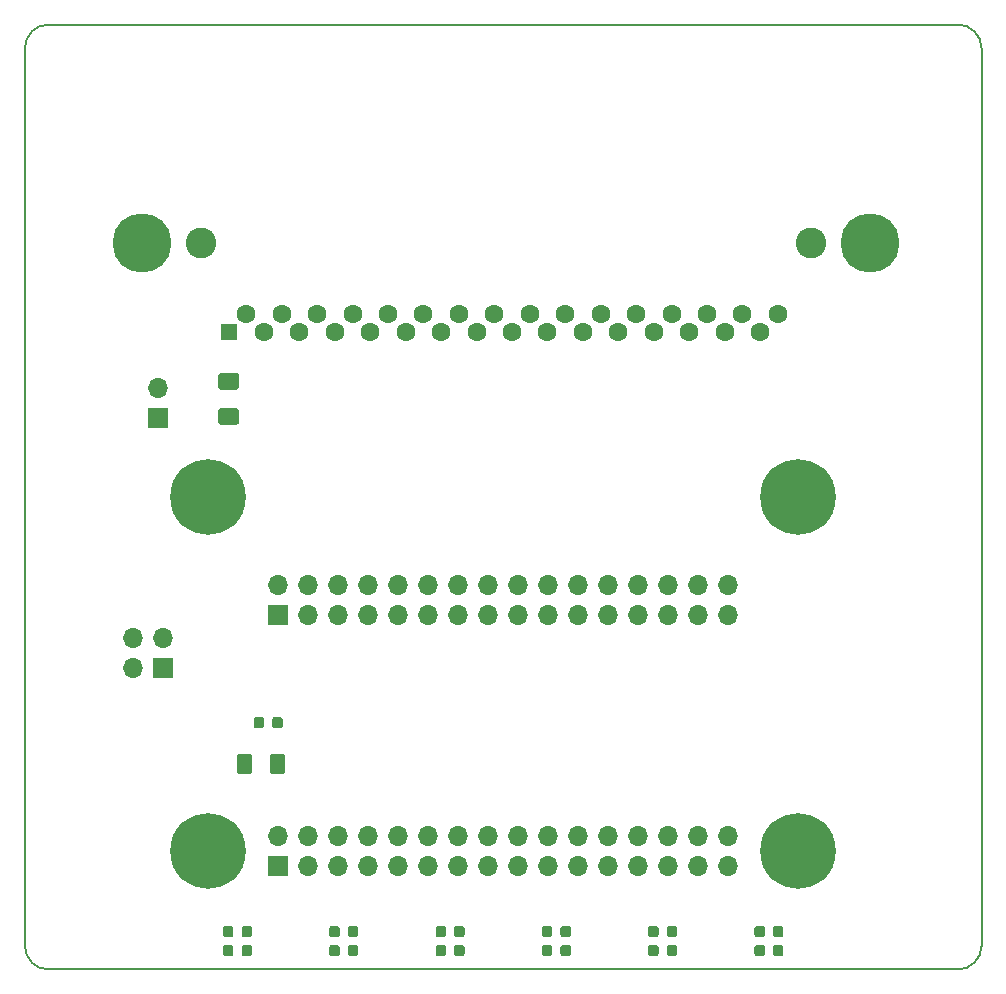
<source format=gbr>
G04 #@! TF.GenerationSoftware,KiCad,Pcbnew,5.1.5-52549c5~84~ubuntu19.10.1*
G04 #@! TF.CreationDate,2020-02-14T21:39:38+02:00*
G04 #@! TF.ProjectId,GB-BRK-SLOT-B,47422d42-524b-42d5-934c-4f542d422e6b,v1.0*
G04 #@! TF.SameCoordinates,Original*
G04 #@! TF.FileFunction,Soldermask,Top*
G04 #@! TF.FilePolarity,Negative*
%FSLAX46Y46*%
G04 Gerber Fmt 4.6, Leading zero omitted, Abs format (unit mm)*
G04 Created by KiCad (PCBNEW 5.1.5-52549c5~84~ubuntu19.10.1) date 2020-02-14 21:39:38*
%MOMM*%
%LPD*%
G04 APERTURE LIST*
%ADD10C,0.150000*%
%ADD11R,1.400000X1.400000*%
%ADD12C,1.600000*%
%ADD13C,5.000000*%
%ADD14C,2.600000*%
%ADD15O,1.700000X1.700000*%
%ADD16R,1.700000X1.700000*%
%ADD17C,0.100000*%
%ADD18C,0.800000*%
%ADD19C,6.400000*%
G04 APERTURE END LIST*
D10*
X128000000Y-148000000D02*
G75*
G02X126000000Y-150000000I-2000000J0D01*
G01*
X49000000Y-150000000D02*
G75*
G02X47000000Y-148000000I0J2000000D01*
G01*
X47000000Y-72000000D02*
G75*
G02X49000000Y-70000000I2000000J0D01*
G01*
X126000000Y-70000000D02*
G75*
G02X128000000Y-72000000I0J-2000000D01*
G01*
X128000000Y-72000000D02*
X128000000Y-148000000D01*
X49000000Y-70000000D02*
X126000000Y-70000000D01*
X49000000Y-150000000D02*
X126000000Y-150000000D01*
X47000000Y-72000000D02*
X47000000Y-148000000D01*
D11*
X64250000Y-96000000D03*
D12*
X65750000Y-94500000D03*
X67250000Y-96000000D03*
X68750000Y-94500000D03*
X70250000Y-96000000D03*
X71750000Y-94500000D03*
X73250000Y-96000000D03*
X74750000Y-94500000D03*
X76250000Y-96000000D03*
X77750000Y-94500000D03*
X79250000Y-96000000D03*
X80750000Y-94500000D03*
X82250000Y-96000000D03*
X83750000Y-94500000D03*
X85250000Y-96000000D03*
X86750000Y-94500000D03*
X88250000Y-96000000D03*
X89750000Y-94500000D03*
X91250000Y-96000000D03*
X92750000Y-94500000D03*
X94250000Y-96000000D03*
X95750000Y-94500000D03*
X97250000Y-96000000D03*
X98750000Y-94500000D03*
X100250000Y-96000000D03*
X101750000Y-94500000D03*
X103250000Y-96000000D03*
X104750000Y-94500000D03*
X106250000Y-96000000D03*
X107750000Y-94500000D03*
X109250000Y-96000000D03*
X110750000Y-94500000D03*
D13*
X56950000Y-88500000D03*
D14*
X61950000Y-88500000D03*
X113550000Y-88500000D03*
D13*
X118550000Y-88500000D03*
D15*
X58300000Y-100760000D03*
D16*
X58300000Y-103300000D03*
D17*
G36*
X64899504Y-102466204D02*
G01*
X64923773Y-102469804D01*
X64947571Y-102475765D01*
X64970671Y-102484030D01*
X64992849Y-102494520D01*
X65013893Y-102507133D01*
X65033598Y-102521747D01*
X65051777Y-102538223D01*
X65068253Y-102556402D01*
X65082867Y-102576107D01*
X65095480Y-102597151D01*
X65105970Y-102619329D01*
X65114235Y-102642429D01*
X65120196Y-102666227D01*
X65123796Y-102690496D01*
X65125000Y-102715000D01*
X65125000Y-103640000D01*
X65123796Y-103664504D01*
X65120196Y-103688773D01*
X65114235Y-103712571D01*
X65105970Y-103735671D01*
X65095480Y-103757849D01*
X65082867Y-103778893D01*
X65068253Y-103798598D01*
X65051777Y-103816777D01*
X65033598Y-103833253D01*
X65013893Y-103847867D01*
X64992849Y-103860480D01*
X64970671Y-103870970D01*
X64947571Y-103879235D01*
X64923773Y-103885196D01*
X64899504Y-103888796D01*
X64875000Y-103890000D01*
X63625000Y-103890000D01*
X63600496Y-103888796D01*
X63576227Y-103885196D01*
X63552429Y-103879235D01*
X63529329Y-103870970D01*
X63507151Y-103860480D01*
X63486107Y-103847867D01*
X63466402Y-103833253D01*
X63448223Y-103816777D01*
X63431747Y-103798598D01*
X63417133Y-103778893D01*
X63404520Y-103757849D01*
X63394030Y-103735671D01*
X63385765Y-103712571D01*
X63379804Y-103688773D01*
X63376204Y-103664504D01*
X63375000Y-103640000D01*
X63375000Y-102715000D01*
X63376204Y-102690496D01*
X63379804Y-102666227D01*
X63385765Y-102642429D01*
X63394030Y-102619329D01*
X63404520Y-102597151D01*
X63417133Y-102576107D01*
X63431747Y-102556402D01*
X63448223Y-102538223D01*
X63466402Y-102521747D01*
X63486107Y-102507133D01*
X63507151Y-102494520D01*
X63529329Y-102484030D01*
X63552429Y-102475765D01*
X63576227Y-102469804D01*
X63600496Y-102466204D01*
X63625000Y-102465000D01*
X64875000Y-102465000D01*
X64899504Y-102466204D01*
G37*
G36*
X64899504Y-99491204D02*
G01*
X64923773Y-99494804D01*
X64947571Y-99500765D01*
X64970671Y-99509030D01*
X64992849Y-99519520D01*
X65013893Y-99532133D01*
X65033598Y-99546747D01*
X65051777Y-99563223D01*
X65068253Y-99581402D01*
X65082867Y-99601107D01*
X65095480Y-99622151D01*
X65105970Y-99644329D01*
X65114235Y-99667429D01*
X65120196Y-99691227D01*
X65123796Y-99715496D01*
X65125000Y-99740000D01*
X65125000Y-100665000D01*
X65123796Y-100689504D01*
X65120196Y-100713773D01*
X65114235Y-100737571D01*
X65105970Y-100760671D01*
X65095480Y-100782849D01*
X65082867Y-100803893D01*
X65068253Y-100823598D01*
X65051777Y-100841777D01*
X65033598Y-100858253D01*
X65013893Y-100872867D01*
X64992849Y-100885480D01*
X64970671Y-100895970D01*
X64947571Y-100904235D01*
X64923773Y-100910196D01*
X64899504Y-100913796D01*
X64875000Y-100915000D01*
X63625000Y-100915000D01*
X63600496Y-100913796D01*
X63576227Y-100910196D01*
X63552429Y-100904235D01*
X63529329Y-100895970D01*
X63507151Y-100885480D01*
X63486107Y-100872867D01*
X63466402Y-100858253D01*
X63448223Y-100841777D01*
X63431747Y-100823598D01*
X63417133Y-100803893D01*
X63404520Y-100782849D01*
X63394030Y-100760671D01*
X63385765Y-100737571D01*
X63379804Y-100713773D01*
X63376204Y-100689504D01*
X63375000Y-100665000D01*
X63375000Y-99740000D01*
X63376204Y-99715496D01*
X63379804Y-99691227D01*
X63385765Y-99667429D01*
X63394030Y-99644329D01*
X63404520Y-99622151D01*
X63417133Y-99601107D01*
X63431747Y-99581402D01*
X63448223Y-99563223D01*
X63466402Y-99546747D01*
X63486107Y-99532133D01*
X63507151Y-99519520D01*
X63529329Y-99509030D01*
X63552429Y-99500765D01*
X63576227Y-99494804D01*
X63600496Y-99491204D01*
X63625000Y-99490000D01*
X64875000Y-99490000D01*
X64899504Y-99491204D01*
G37*
G36*
X66027691Y-147926053D02*
G01*
X66048926Y-147929203D01*
X66069750Y-147934419D01*
X66089962Y-147941651D01*
X66109368Y-147950830D01*
X66127781Y-147961866D01*
X66145024Y-147974654D01*
X66160930Y-147989070D01*
X66175346Y-148004976D01*
X66188134Y-148022219D01*
X66199170Y-148040632D01*
X66208349Y-148060038D01*
X66215581Y-148080250D01*
X66220797Y-148101074D01*
X66223947Y-148122309D01*
X66225000Y-148143750D01*
X66225000Y-148656250D01*
X66223947Y-148677691D01*
X66220797Y-148698926D01*
X66215581Y-148719750D01*
X66208349Y-148739962D01*
X66199170Y-148759368D01*
X66188134Y-148777781D01*
X66175346Y-148795024D01*
X66160930Y-148810930D01*
X66145024Y-148825346D01*
X66127781Y-148838134D01*
X66109368Y-148849170D01*
X66089962Y-148858349D01*
X66069750Y-148865581D01*
X66048926Y-148870797D01*
X66027691Y-148873947D01*
X66006250Y-148875000D01*
X65568750Y-148875000D01*
X65547309Y-148873947D01*
X65526074Y-148870797D01*
X65505250Y-148865581D01*
X65485038Y-148858349D01*
X65465632Y-148849170D01*
X65447219Y-148838134D01*
X65429976Y-148825346D01*
X65414070Y-148810930D01*
X65399654Y-148795024D01*
X65386866Y-148777781D01*
X65375830Y-148759368D01*
X65366651Y-148739962D01*
X65359419Y-148719750D01*
X65354203Y-148698926D01*
X65351053Y-148677691D01*
X65350000Y-148656250D01*
X65350000Y-148143750D01*
X65351053Y-148122309D01*
X65354203Y-148101074D01*
X65359419Y-148080250D01*
X65366651Y-148060038D01*
X65375830Y-148040632D01*
X65386866Y-148022219D01*
X65399654Y-148004976D01*
X65414070Y-147989070D01*
X65429976Y-147974654D01*
X65447219Y-147961866D01*
X65465632Y-147950830D01*
X65485038Y-147941651D01*
X65505250Y-147934419D01*
X65526074Y-147929203D01*
X65547309Y-147926053D01*
X65568750Y-147925000D01*
X66006250Y-147925000D01*
X66027691Y-147926053D01*
G37*
G36*
X64452691Y-147926053D02*
G01*
X64473926Y-147929203D01*
X64494750Y-147934419D01*
X64514962Y-147941651D01*
X64534368Y-147950830D01*
X64552781Y-147961866D01*
X64570024Y-147974654D01*
X64585930Y-147989070D01*
X64600346Y-148004976D01*
X64613134Y-148022219D01*
X64624170Y-148040632D01*
X64633349Y-148060038D01*
X64640581Y-148080250D01*
X64645797Y-148101074D01*
X64648947Y-148122309D01*
X64650000Y-148143750D01*
X64650000Y-148656250D01*
X64648947Y-148677691D01*
X64645797Y-148698926D01*
X64640581Y-148719750D01*
X64633349Y-148739962D01*
X64624170Y-148759368D01*
X64613134Y-148777781D01*
X64600346Y-148795024D01*
X64585930Y-148810930D01*
X64570024Y-148825346D01*
X64552781Y-148838134D01*
X64534368Y-148849170D01*
X64514962Y-148858349D01*
X64494750Y-148865581D01*
X64473926Y-148870797D01*
X64452691Y-148873947D01*
X64431250Y-148875000D01*
X63993750Y-148875000D01*
X63972309Y-148873947D01*
X63951074Y-148870797D01*
X63930250Y-148865581D01*
X63910038Y-148858349D01*
X63890632Y-148849170D01*
X63872219Y-148838134D01*
X63854976Y-148825346D01*
X63839070Y-148810930D01*
X63824654Y-148795024D01*
X63811866Y-148777781D01*
X63800830Y-148759368D01*
X63791651Y-148739962D01*
X63784419Y-148719750D01*
X63779203Y-148698926D01*
X63776053Y-148677691D01*
X63775000Y-148656250D01*
X63775000Y-148143750D01*
X63776053Y-148122309D01*
X63779203Y-148101074D01*
X63784419Y-148080250D01*
X63791651Y-148060038D01*
X63800830Y-148040632D01*
X63811866Y-148022219D01*
X63824654Y-148004976D01*
X63839070Y-147989070D01*
X63854976Y-147974654D01*
X63872219Y-147961866D01*
X63890632Y-147950830D01*
X63910038Y-147941651D01*
X63930250Y-147934419D01*
X63951074Y-147929203D01*
X63972309Y-147926053D01*
X63993750Y-147925000D01*
X64431250Y-147925000D01*
X64452691Y-147926053D01*
G37*
D15*
X106550000Y-117460000D03*
X106550000Y-120000000D03*
X104010000Y-117460000D03*
X104010000Y-120000000D03*
X101470000Y-117460000D03*
X101470000Y-120000000D03*
X98930000Y-117460000D03*
X98930000Y-120000000D03*
X96390000Y-117460000D03*
X96390000Y-120000000D03*
X93850000Y-117460000D03*
X93850000Y-120000000D03*
X91310000Y-117460000D03*
X91310000Y-120000000D03*
X88770000Y-117460000D03*
X88770000Y-120000000D03*
X86230000Y-117460000D03*
X86230000Y-120000000D03*
X83690000Y-117460000D03*
X83690000Y-120000000D03*
X81150000Y-117460000D03*
X81150000Y-120000000D03*
X78610000Y-117460000D03*
X78610000Y-120000000D03*
X76070000Y-117460000D03*
X76070000Y-120000000D03*
X73530000Y-117460000D03*
X73530000Y-120000000D03*
X70990000Y-117460000D03*
X70990000Y-120000000D03*
X68450000Y-117460000D03*
D16*
X68450000Y-120000000D03*
D17*
G36*
X66027691Y-146326053D02*
G01*
X66048926Y-146329203D01*
X66069750Y-146334419D01*
X66089962Y-146341651D01*
X66109368Y-146350830D01*
X66127781Y-146361866D01*
X66145024Y-146374654D01*
X66160930Y-146389070D01*
X66175346Y-146404976D01*
X66188134Y-146422219D01*
X66199170Y-146440632D01*
X66208349Y-146460038D01*
X66215581Y-146480250D01*
X66220797Y-146501074D01*
X66223947Y-146522309D01*
X66225000Y-146543750D01*
X66225000Y-147056250D01*
X66223947Y-147077691D01*
X66220797Y-147098926D01*
X66215581Y-147119750D01*
X66208349Y-147139962D01*
X66199170Y-147159368D01*
X66188134Y-147177781D01*
X66175346Y-147195024D01*
X66160930Y-147210930D01*
X66145024Y-147225346D01*
X66127781Y-147238134D01*
X66109368Y-147249170D01*
X66089962Y-147258349D01*
X66069750Y-147265581D01*
X66048926Y-147270797D01*
X66027691Y-147273947D01*
X66006250Y-147275000D01*
X65568750Y-147275000D01*
X65547309Y-147273947D01*
X65526074Y-147270797D01*
X65505250Y-147265581D01*
X65485038Y-147258349D01*
X65465632Y-147249170D01*
X65447219Y-147238134D01*
X65429976Y-147225346D01*
X65414070Y-147210930D01*
X65399654Y-147195024D01*
X65386866Y-147177781D01*
X65375830Y-147159368D01*
X65366651Y-147139962D01*
X65359419Y-147119750D01*
X65354203Y-147098926D01*
X65351053Y-147077691D01*
X65350000Y-147056250D01*
X65350000Y-146543750D01*
X65351053Y-146522309D01*
X65354203Y-146501074D01*
X65359419Y-146480250D01*
X65366651Y-146460038D01*
X65375830Y-146440632D01*
X65386866Y-146422219D01*
X65399654Y-146404976D01*
X65414070Y-146389070D01*
X65429976Y-146374654D01*
X65447219Y-146361866D01*
X65465632Y-146350830D01*
X65485038Y-146341651D01*
X65505250Y-146334419D01*
X65526074Y-146329203D01*
X65547309Y-146326053D01*
X65568750Y-146325000D01*
X66006250Y-146325000D01*
X66027691Y-146326053D01*
G37*
G36*
X64452691Y-146326053D02*
G01*
X64473926Y-146329203D01*
X64494750Y-146334419D01*
X64514962Y-146341651D01*
X64534368Y-146350830D01*
X64552781Y-146361866D01*
X64570024Y-146374654D01*
X64585930Y-146389070D01*
X64600346Y-146404976D01*
X64613134Y-146422219D01*
X64624170Y-146440632D01*
X64633349Y-146460038D01*
X64640581Y-146480250D01*
X64645797Y-146501074D01*
X64648947Y-146522309D01*
X64650000Y-146543750D01*
X64650000Y-147056250D01*
X64648947Y-147077691D01*
X64645797Y-147098926D01*
X64640581Y-147119750D01*
X64633349Y-147139962D01*
X64624170Y-147159368D01*
X64613134Y-147177781D01*
X64600346Y-147195024D01*
X64585930Y-147210930D01*
X64570024Y-147225346D01*
X64552781Y-147238134D01*
X64534368Y-147249170D01*
X64514962Y-147258349D01*
X64494750Y-147265581D01*
X64473926Y-147270797D01*
X64452691Y-147273947D01*
X64431250Y-147275000D01*
X63993750Y-147275000D01*
X63972309Y-147273947D01*
X63951074Y-147270797D01*
X63930250Y-147265581D01*
X63910038Y-147258349D01*
X63890632Y-147249170D01*
X63872219Y-147238134D01*
X63854976Y-147225346D01*
X63839070Y-147210930D01*
X63824654Y-147195024D01*
X63811866Y-147177781D01*
X63800830Y-147159368D01*
X63791651Y-147139962D01*
X63784419Y-147119750D01*
X63779203Y-147098926D01*
X63776053Y-147077691D01*
X63775000Y-147056250D01*
X63775000Y-146543750D01*
X63776053Y-146522309D01*
X63779203Y-146501074D01*
X63784419Y-146480250D01*
X63791651Y-146460038D01*
X63800830Y-146440632D01*
X63811866Y-146422219D01*
X63824654Y-146404976D01*
X63839070Y-146389070D01*
X63854976Y-146374654D01*
X63872219Y-146361866D01*
X63890632Y-146350830D01*
X63910038Y-146341651D01*
X63930250Y-146334419D01*
X63951074Y-146329203D01*
X63972309Y-146326053D01*
X63993750Y-146325000D01*
X64431250Y-146325000D01*
X64452691Y-146326053D01*
G37*
G36*
X65999504Y-131726204D02*
G01*
X66023773Y-131729804D01*
X66047571Y-131735765D01*
X66070671Y-131744030D01*
X66092849Y-131754520D01*
X66113893Y-131767133D01*
X66133598Y-131781747D01*
X66151777Y-131798223D01*
X66168253Y-131816402D01*
X66182867Y-131836107D01*
X66195480Y-131857151D01*
X66205970Y-131879329D01*
X66214235Y-131902429D01*
X66220196Y-131926227D01*
X66223796Y-131950496D01*
X66225000Y-131975000D01*
X66225000Y-133225000D01*
X66223796Y-133249504D01*
X66220196Y-133273773D01*
X66214235Y-133297571D01*
X66205970Y-133320671D01*
X66195480Y-133342849D01*
X66182867Y-133363893D01*
X66168253Y-133383598D01*
X66151777Y-133401777D01*
X66133598Y-133418253D01*
X66113893Y-133432867D01*
X66092849Y-133445480D01*
X66070671Y-133455970D01*
X66047571Y-133464235D01*
X66023773Y-133470196D01*
X65999504Y-133473796D01*
X65975000Y-133475000D01*
X65225000Y-133475000D01*
X65200496Y-133473796D01*
X65176227Y-133470196D01*
X65152429Y-133464235D01*
X65129329Y-133455970D01*
X65107151Y-133445480D01*
X65086107Y-133432867D01*
X65066402Y-133418253D01*
X65048223Y-133401777D01*
X65031747Y-133383598D01*
X65017133Y-133363893D01*
X65004520Y-133342849D01*
X64994030Y-133320671D01*
X64985765Y-133297571D01*
X64979804Y-133273773D01*
X64976204Y-133249504D01*
X64975000Y-133225000D01*
X64975000Y-131975000D01*
X64976204Y-131950496D01*
X64979804Y-131926227D01*
X64985765Y-131902429D01*
X64994030Y-131879329D01*
X65004520Y-131857151D01*
X65017133Y-131836107D01*
X65031747Y-131816402D01*
X65048223Y-131798223D01*
X65066402Y-131781747D01*
X65086107Y-131767133D01*
X65107151Y-131754520D01*
X65129329Y-131744030D01*
X65152429Y-131735765D01*
X65176227Y-131729804D01*
X65200496Y-131726204D01*
X65225000Y-131725000D01*
X65975000Y-131725000D01*
X65999504Y-131726204D01*
G37*
G36*
X68799504Y-131726204D02*
G01*
X68823773Y-131729804D01*
X68847571Y-131735765D01*
X68870671Y-131744030D01*
X68892849Y-131754520D01*
X68913893Y-131767133D01*
X68933598Y-131781747D01*
X68951777Y-131798223D01*
X68968253Y-131816402D01*
X68982867Y-131836107D01*
X68995480Y-131857151D01*
X69005970Y-131879329D01*
X69014235Y-131902429D01*
X69020196Y-131926227D01*
X69023796Y-131950496D01*
X69025000Y-131975000D01*
X69025000Y-133225000D01*
X69023796Y-133249504D01*
X69020196Y-133273773D01*
X69014235Y-133297571D01*
X69005970Y-133320671D01*
X68995480Y-133342849D01*
X68982867Y-133363893D01*
X68968253Y-133383598D01*
X68951777Y-133401777D01*
X68933598Y-133418253D01*
X68913893Y-133432867D01*
X68892849Y-133445480D01*
X68870671Y-133455970D01*
X68847571Y-133464235D01*
X68823773Y-133470196D01*
X68799504Y-133473796D01*
X68775000Y-133475000D01*
X68025000Y-133475000D01*
X68000496Y-133473796D01*
X67976227Y-133470196D01*
X67952429Y-133464235D01*
X67929329Y-133455970D01*
X67907151Y-133445480D01*
X67886107Y-133432867D01*
X67866402Y-133418253D01*
X67848223Y-133401777D01*
X67831747Y-133383598D01*
X67817133Y-133363893D01*
X67804520Y-133342849D01*
X67794030Y-133320671D01*
X67785765Y-133297571D01*
X67779804Y-133273773D01*
X67776204Y-133249504D01*
X67775000Y-133225000D01*
X67775000Y-131975000D01*
X67776204Y-131950496D01*
X67779804Y-131926227D01*
X67785765Y-131902429D01*
X67794030Y-131879329D01*
X67804520Y-131857151D01*
X67817133Y-131836107D01*
X67831747Y-131816402D01*
X67848223Y-131798223D01*
X67866402Y-131781747D01*
X67886107Y-131767133D01*
X67907151Y-131754520D01*
X67929329Y-131744030D01*
X67952429Y-131735765D01*
X67976227Y-131729804D01*
X68000496Y-131726204D01*
X68025000Y-131725000D01*
X68775000Y-131725000D01*
X68799504Y-131726204D01*
G37*
G36*
X67052691Y-128626053D02*
G01*
X67073926Y-128629203D01*
X67094750Y-128634419D01*
X67114962Y-128641651D01*
X67134368Y-128650830D01*
X67152781Y-128661866D01*
X67170024Y-128674654D01*
X67185930Y-128689070D01*
X67200346Y-128704976D01*
X67213134Y-128722219D01*
X67224170Y-128740632D01*
X67233349Y-128760038D01*
X67240581Y-128780250D01*
X67245797Y-128801074D01*
X67248947Y-128822309D01*
X67250000Y-128843750D01*
X67250000Y-129356250D01*
X67248947Y-129377691D01*
X67245797Y-129398926D01*
X67240581Y-129419750D01*
X67233349Y-129439962D01*
X67224170Y-129459368D01*
X67213134Y-129477781D01*
X67200346Y-129495024D01*
X67185930Y-129510930D01*
X67170024Y-129525346D01*
X67152781Y-129538134D01*
X67134368Y-129549170D01*
X67114962Y-129558349D01*
X67094750Y-129565581D01*
X67073926Y-129570797D01*
X67052691Y-129573947D01*
X67031250Y-129575000D01*
X66593750Y-129575000D01*
X66572309Y-129573947D01*
X66551074Y-129570797D01*
X66530250Y-129565581D01*
X66510038Y-129558349D01*
X66490632Y-129549170D01*
X66472219Y-129538134D01*
X66454976Y-129525346D01*
X66439070Y-129510930D01*
X66424654Y-129495024D01*
X66411866Y-129477781D01*
X66400830Y-129459368D01*
X66391651Y-129439962D01*
X66384419Y-129419750D01*
X66379203Y-129398926D01*
X66376053Y-129377691D01*
X66375000Y-129356250D01*
X66375000Y-128843750D01*
X66376053Y-128822309D01*
X66379203Y-128801074D01*
X66384419Y-128780250D01*
X66391651Y-128760038D01*
X66400830Y-128740632D01*
X66411866Y-128722219D01*
X66424654Y-128704976D01*
X66439070Y-128689070D01*
X66454976Y-128674654D01*
X66472219Y-128661866D01*
X66490632Y-128650830D01*
X66510038Y-128641651D01*
X66530250Y-128634419D01*
X66551074Y-128629203D01*
X66572309Y-128626053D01*
X66593750Y-128625000D01*
X67031250Y-128625000D01*
X67052691Y-128626053D01*
G37*
G36*
X68627691Y-128626053D02*
G01*
X68648926Y-128629203D01*
X68669750Y-128634419D01*
X68689962Y-128641651D01*
X68709368Y-128650830D01*
X68727781Y-128661866D01*
X68745024Y-128674654D01*
X68760930Y-128689070D01*
X68775346Y-128704976D01*
X68788134Y-128722219D01*
X68799170Y-128740632D01*
X68808349Y-128760038D01*
X68815581Y-128780250D01*
X68820797Y-128801074D01*
X68823947Y-128822309D01*
X68825000Y-128843750D01*
X68825000Y-129356250D01*
X68823947Y-129377691D01*
X68820797Y-129398926D01*
X68815581Y-129419750D01*
X68808349Y-129439962D01*
X68799170Y-129459368D01*
X68788134Y-129477781D01*
X68775346Y-129495024D01*
X68760930Y-129510930D01*
X68745024Y-129525346D01*
X68727781Y-129538134D01*
X68709368Y-129549170D01*
X68689962Y-129558349D01*
X68669750Y-129565581D01*
X68648926Y-129570797D01*
X68627691Y-129573947D01*
X68606250Y-129575000D01*
X68168750Y-129575000D01*
X68147309Y-129573947D01*
X68126074Y-129570797D01*
X68105250Y-129565581D01*
X68085038Y-129558349D01*
X68065632Y-129549170D01*
X68047219Y-129538134D01*
X68029976Y-129525346D01*
X68014070Y-129510930D01*
X67999654Y-129495024D01*
X67986866Y-129477781D01*
X67975830Y-129459368D01*
X67966651Y-129439962D01*
X67959419Y-129419750D01*
X67954203Y-129398926D01*
X67951053Y-129377691D01*
X67950000Y-129356250D01*
X67950000Y-128843750D01*
X67951053Y-128822309D01*
X67954203Y-128801074D01*
X67959419Y-128780250D01*
X67966651Y-128760038D01*
X67975830Y-128740632D01*
X67986866Y-128722219D01*
X67999654Y-128704976D01*
X68014070Y-128689070D01*
X68029976Y-128674654D01*
X68047219Y-128661866D01*
X68065632Y-128650830D01*
X68085038Y-128641651D01*
X68105250Y-128634419D01*
X68126074Y-128629203D01*
X68147309Y-128626053D01*
X68168750Y-128625000D01*
X68606250Y-128625000D01*
X68627691Y-128626053D01*
G37*
D15*
X106550000Y-138730000D03*
X106550000Y-141270000D03*
X104010000Y-138730000D03*
X104010000Y-141270000D03*
X101470000Y-138730000D03*
X101470000Y-141270000D03*
X98930000Y-138730000D03*
X98930000Y-141270000D03*
X96390000Y-138730000D03*
X96390000Y-141270000D03*
X93850000Y-138730000D03*
X93850000Y-141270000D03*
X91310000Y-138730000D03*
X91310000Y-141270000D03*
X88770000Y-138730000D03*
X88770000Y-141270000D03*
X86230000Y-138730000D03*
X86230000Y-141270000D03*
X83690000Y-138730000D03*
X83690000Y-141270000D03*
X81150000Y-138730000D03*
X81150000Y-141270000D03*
X78610000Y-138730000D03*
X78610000Y-141270000D03*
X76070000Y-138730000D03*
X76070000Y-141270000D03*
X73530000Y-138730000D03*
X73530000Y-141270000D03*
X70990000Y-138730000D03*
X70990000Y-141270000D03*
X68450000Y-138730000D03*
D16*
X68450000Y-141270000D03*
D17*
G36*
X102027691Y-147926053D02*
G01*
X102048926Y-147929203D01*
X102069750Y-147934419D01*
X102089962Y-147941651D01*
X102109368Y-147950830D01*
X102127781Y-147961866D01*
X102145024Y-147974654D01*
X102160930Y-147989070D01*
X102175346Y-148004976D01*
X102188134Y-148022219D01*
X102199170Y-148040632D01*
X102208349Y-148060038D01*
X102215581Y-148080250D01*
X102220797Y-148101074D01*
X102223947Y-148122309D01*
X102225000Y-148143750D01*
X102225000Y-148656250D01*
X102223947Y-148677691D01*
X102220797Y-148698926D01*
X102215581Y-148719750D01*
X102208349Y-148739962D01*
X102199170Y-148759368D01*
X102188134Y-148777781D01*
X102175346Y-148795024D01*
X102160930Y-148810930D01*
X102145024Y-148825346D01*
X102127781Y-148838134D01*
X102109368Y-148849170D01*
X102089962Y-148858349D01*
X102069750Y-148865581D01*
X102048926Y-148870797D01*
X102027691Y-148873947D01*
X102006250Y-148875000D01*
X101568750Y-148875000D01*
X101547309Y-148873947D01*
X101526074Y-148870797D01*
X101505250Y-148865581D01*
X101485038Y-148858349D01*
X101465632Y-148849170D01*
X101447219Y-148838134D01*
X101429976Y-148825346D01*
X101414070Y-148810930D01*
X101399654Y-148795024D01*
X101386866Y-148777781D01*
X101375830Y-148759368D01*
X101366651Y-148739962D01*
X101359419Y-148719750D01*
X101354203Y-148698926D01*
X101351053Y-148677691D01*
X101350000Y-148656250D01*
X101350000Y-148143750D01*
X101351053Y-148122309D01*
X101354203Y-148101074D01*
X101359419Y-148080250D01*
X101366651Y-148060038D01*
X101375830Y-148040632D01*
X101386866Y-148022219D01*
X101399654Y-148004976D01*
X101414070Y-147989070D01*
X101429976Y-147974654D01*
X101447219Y-147961866D01*
X101465632Y-147950830D01*
X101485038Y-147941651D01*
X101505250Y-147934419D01*
X101526074Y-147929203D01*
X101547309Y-147926053D01*
X101568750Y-147925000D01*
X102006250Y-147925000D01*
X102027691Y-147926053D01*
G37*
G36*
X100452691Y-147926053D02*
G01*
X100473926Y-147929203D01*
X100494750Y-147934419D01*
X100514962Y-147941651D01*
X100534368Y-147950830D01*
X100552781Y-147961866D01*
X100570024Y-147974654D01*
X100585930Y-147989070D01*
X100600346Y-148004976D01*
X100613134Y-148022219D01*
X100624170Y-148040632D01*
X100633349Y-148060038D01*
X100640581Y-148080250D01*
X100645797Y-148101074D01*
X100648947Y-148122309D01*
X100650000Y-148143750D01*
X100650000Y-148656250D01*
X100648947Y-148677691D01*
X100645797Y-148698926D01*
X100640581Y-148719750D01*
X100633349Y-148739962D01*
X100624170Y-148759368D01*
X100613134Y-148777781D01*
X100600346Y-148795024D01*
X100585930Y-148810930D01*
X100570024Y-148825346D01*
X100552781Y-148838134D01*
X100534368Y-148849170D01*
X100514962Y-148858349D01*
X100494750Y-148865581D01*
X100473926Y-148870797D01*
X100452691Y-148873947D01*
X100431250Y-148875000D01*
X99993750Y-148875000D01*
X99972309Y-148873947D01*
X99951074Y-148870797D01*
X99930250Y-148865581D01*
X99910038Y-148858349D01*
X99890632Y-148849170D01*
X99872219Y-148838134D01*
X99854976Y-148825346D01*
X99839070Y-148810930D01*
X99824654Y-148795024D01*
X99811866Y-148777781D01*
X99800830Y-148759368D01*
X99791651Y-148739962D01*
X99784419Y-148719750D01*
X99779203Y-148698926D01*
X99776053Y-148677691D01*
X99775000Y-148656250D01*
X99775000Y-148143750D01*
X99776053Y-148122309D01*
X99779203Y-148101074D01*
X99784419Y-148080250D01*
X99791651Y-148060038D01*
X99800830Y-148040632D01*
X99811866Y-148022219D01*
X99824654Y-148004976D01*
X99839070Y-147989070D01*
X99854976Y-147974654D01*
X99872219Y-147961866D01*
X99890632Y-147950830D01*
X99910038Y-147941651D01*
X99930250Y-147934419D01*
X99951074Y-147929203D01*
X99972309Y-147926053D01*
X99993750Y-147925000D01*
X100431250Y-147925000D01*
X100452691Y-147926053D01*
G37*
G36*
X75027691Y-147926053D02*
G01*
X75048926Y-147929203D01*
X75069750Y-147934419D01*
X75089962Y-147941651D01*
X75109368Y-147950830D01*
X75127781Y-147961866D01*
X75145024Y-147974654D01*
X75160930Y-147989070D01*
X75175346Y-148004976D01*
X75188134Y-148022219D01*
X75199170Y-148040632D01*
X75208349Y-148060038D01*
X75215581Y-148080250D01*
X75220797Y-148101074D01*
X75223947Y-148122309D01*
X75225000Y-148143750D01*
X75225000Y-148656250D01*
X75223947Y-148677691D01*
X75220797Y-148698926D01*
X75215581Y-148719750D01*
X75208349Y-148739962D01*
X75199170Y-148759368D01*
X75188134Y-148777781D01*
X75175346Y-148795024D01*
X75160930Y-148810930D01*
X75145024Y-148825346D01*
X75127781Y-148838134D01*
X75109368Y-148849170D01*
X75089962Y-148858349D01*
X75069750Y-148865581D01*
X75048926Y-148870797D01*
X75027691Y-148873947D01*
X75006250Y-148875000D01*
X74568750Y-148875000D01*
X74547309Y-148873947D01*
X74526074Y-148870797D01*
X74505250Y-148865581D01*
X74485038Y-148858349D01*
X74465632Y-148849170D01*
X74447219Y-148838134D01*
X74429976Y-148825346D01*
X74414070Y-148810930D01*
X74399654Y-148795024D01*
X74386866Y-148777781D01*
X74375830Y-148759368D01*
X74366651Y-148739962D01*
X74359419Y-148719750D01*
X74354203Y-148698926D01*
X74351053Y-148677691D01*
X74350000Y-148656250D01*
X74350000Y-148143750D01*
X74351053Y-148122309D01*
X74354203Y-148101074D01*
X74359419Y-148080250D01*
X74366651Y-148060038D01*
X74375830Y-148040632D01*
X74386866Y-148022219D01*
X74399654Y-148004976D01*
X74414070Y-147989070D01*
X74429976Y-147974654D01*
X74447219Y-147961866D01*
X74465632Y-147950830D01*
X74485038Y-147941651D01*
X74505250Y-147934419D01*
X74526074Y-147929203D01*
X74547309Y-147926053D01*
X74568750Y-147925000D01*
X75006250Y-147925000D01*
X75027691Y-147926053D01*
G37*
G36*
X73452691Y-147926053D02*
G01*
X73473926Y-147929203D01*
X73494750Y-147934419D01*
X73514962Y-147941651D01*
X73534368Y-147950830D01*
X73552781Y-147961866D01*
X73570024Y-147974654D01*
X73585930Y-147989070D01*
X73600346Y-148004976D01*
X73613134Y-148022219D01*
X73624170Y-148040632D01*
X73633349Y-148060038D01*
X73640581Y-148080250D01*
X73645797Y-148101074D01*
X73648947Y-148122309D01*
X73650000Y-148143750D01*
X73650000Y-148656250D01*
X73648947Y-148677691D01*
X73645797Y-148698926D01*
X73640581Y-148719750D01*
X73633349Y-148739962D01*
X73624170Y-148759368D01*
X73613134Y-148777781D01*
X73600346Y-148795024D01*
X73585930Y-148810930D01*
X73570024Y-148825346D01*
X73552781Y-148838134D01*
X73534368Y-148849170D01*
X73514962Y-148858349D01*
X73494750Y-148865581D01*
X73473926Y-148870797D01*
X73452691Y-148873947D01*
X73431250Y-148875000D01*
X72993750Y-148875000D01*
X72972309Y-148873947D01*
X72951074Y-148870797D01*
X72930250Y-148865581D01*
X72910038Y-148858349D01*
X72890632Y-148849170D01*
X72872219Y-148838134D01*
X72854976Y-148825346D01*
X72839070Y-148810930D01*
X72824654Y-148795024D01*
X72811866Y-148777781D01*
X72800830Y-148759368D01*
X72791651Y-148739962D01*
X72784419Y-148719750D01*
X72779203Y-148698926D01*
X72776053Y-148677691D01*
X72775000Y-148656250D01*
X72775000Y-148143750D01*
X72776053Y-148122309D01*
X72779203Y-148101074D01*
X72784419Y-148080250D01*
X72791651Y-148060038D01*
X72800830Y-148040632D01*
X72811866Y-148022219D01*
X72824654Y-148004976D01*
X72839070Y-147989070D01*
X72854976Y-147974654D01*
X72872219Y-147961866D01*
X72890632Y-147950830D01*
X72910038Y-147941651D01*
X72930250Y-147934419D01*
X72951074Y-147929203D01*
X72972309Y-147926053D01*
X72993750Y-147925000D01*
X73431250Y-147925000D01*
X73452691Y-147926053D01*
G37*
G36*
X84027691Y-147926053D02*
G01*
X84048926Y-147929203D01*
X84069750Y-147934419D01*
X84089962Y-147941651D01*
X84109368Y-147950830D01*
X84127781Y-147961866D01*
X84145024Y-147974654D01*
X84160930Y-147989070D01*
X84175346Y-148004976D01*
X84188134Y-148022219D01*
X84199170Y-148040632D01*
X84208349Y-148060038D01*
X84215581Y-148080250D01*
X84220797Y-148101074D01*
X84223947Y-148122309D01*
X84225000Y-148143750D01*
X84225000Y-148656250D01*
X84223947Y-148677691D01*
X84220797Y-148698926D01*
X84215581Y-148719750D01*
X84208349Y-148739962D01*
X84199170Y-148759368D01*
X84188134Y-148777781D01*
X84175346Y-148795024D01*
X84160930Y-148810930D01*
X84145024Y-148825346D01*
X84127781Y-148838134D01*
X84109368Y-148849170D01*
X84089962Y-148858349D01*
X84069750Y-148865581D01*
X84048926Y-148870797D01*
X84027691Y-148873947D01*
X84006250Y-148875000D01*
X83568750Y-148875000D01*
X83547309Y-148873947D01*
X83526074Y-148870797D01*
X83505250Y-148865581D01*
X83485038Y-148858349D01*
X83465632Y-148849170D01*
X83447219Y-148838134D01*
X83429976Y-148825346D01*
X83414070Y-148810930D01*
X83399654Y-148795024D01*
X83386866Y-148777781D01*
X83375830Y-148759368D01*
X83366651Y-148739962D01*
X83359419Y-148719750D01*
X83354203Y-148698926D01*
X83351053Y-148677691D01*
X83350000Y-148656250D01*
X83350000Y-148143750D01*
X83351053Y-148122309D01*
X83354203Y-148101074D01*
X83359419Y-148080250D01*
X83366651Y-148060038D01*
X83375830Y-148040632D01*
X83386866Y-148022219D01*
X83399654Y-148004976D01*
X83414070Y-147989070D01*
X83429976Y-147974654D01*
X83447219Y-147961866D01*
X83465632Y-147950830D01*
X83485038Y-147941651D01*
X83505250Y-147934419D01*
X83526074Y-147929203D01*
X83547309Y-147926053D01*
X83568750Y-147925000D01*
X84006250Y-147925000D01*
X84027691Y-147926053D01*
G37*
G36*
X82452691Y-147926053D02*
G01*
X82473926Y-147929203D01*
X82494750Y-147934419D01*
X82514962Y-147941651D01*
X82534368Y-147950830D01*
X82552781Y-147961866D01*
X82570024Y-147974654D01*
X82585930Y-147989070D01*
X82600346Y-148004976D01*
X82613134Y-148022219D01*
X82624170Y-148040632D01*
X82633349Y-148060038D01*
X82640581Y-148080250D01*
X82645797Y-148101074D01*
X82648947Y-148122309D01*
X82650000Y-148143750D01*
X82650000Y-148656250D01*
X82648947Y-148677691D01*
X82645797Y-148698926D01*
X82640581Y-148719750D01*
X82633349Y-148739962D01*
X82624170Y-148759368D01*
X82613134Y-148777781D01*
X82600346Y-148795024D01*
X82585930Y-148810930D01*
X82570024Y-148825346D01*
X82552781Y-148838134D01*
X82534368Y-148849170D01*
X82514962Y-148858349D01*
X82494750Y-148865581D01*
X82473926Y-148870797D01*
X82452691Y-148873947D01*
X82431250Y-148875000D01*
X81993750Y-148875000D01*
X81972309Y-148873947D01*
X81951074Y-148870797D01*
X81930250Y-148865581D01*
X81910038Y-148858349D01*
X81890632Y-148849170D01*
X81872219Y-148838134D01*
X81854976Y-148825346D01*
X81839070Y-148810930D01*
X81824654Y-148795024D01*
X81811866Y-148777781D01*
X81800830Y-148759368D01*
X81791651Y-148739962D01*
X81784419Y-148719750D01*
X81779203Y-148698926D01*
X81776053Y-148677691D01*
X81775000Y-148656250D01*
X81775000Y-148143750D01*
X81776053Y-148122309D01*
X81779203Y-148101074D01*
X81784419Y-148080250D01*
X81791651Y-148060038D01*
X81800830Y-148040632D01*
X81811866Y-148022219D01*
X81824654Y-148004976D01*
X81839070Y-147989070D01*
X81854976Y-147974654D01*
X81872219Y-147961866D01*
X81890632Y-147950830D01*
X81910038Y-147941651D01*
X81930250Y-147934419D01*
X81951074Y-147929203D01*
X81972309Y-147926053D01*
X81993750Y-147925000D01*
X82431250Y-147925000D01*
X82452691Y-147926053D01*
G37*
G36*
X93027691Y-147926053D02*
G01*
X93048926Y-147929203D01*
X93069750Y-147934419D01*
X93089962Y-147941651D01*
X93109368Y-147950830D01*
X93127781Y-147961866D01*
X93145024Y-147974654D01*
X93160930Y-147989070D01*
X93175346Y-148004976D01*
X93188134Y-148022219D01*
X93199170Y-148040632D01*
X93208349Y-148060038D01*
X93215581Y-148080250D01*
X93220797Y-148101074D01*
X93223947Y-148122309D01*
X93225000Y-148143750D01*
X93225000Y-148656250D01*
X93223947Y-148677691D01*
X93220797Y-148698926D01*
X93215581Y-148719750D01*
X93208349Y-148739962D01*
X93199170Y-148759368D01*
X93188134Y-148777781D01*
X93175346Y-148795024D01*
X93160930Y-148810930D01*
X93145024Y-148825346D01*
X93127781Y-148838134D01*
X93109368Y-148849170D01*
X93089962Y-148858349D01*
X93069750Y-148865581D01*
X93048926Y-148870797D01*
X93027691Y-148873947D01*
X93006250Y-148875000D01*
X92568750Y-148875000D01*
X92547309Y-148873947D01*
X92526074Y-148870797D01*
X92505250Y-148865581D01*
X92485038Y-148858349D01*
X92465632Y-148849170D01*
X92447219Y-148838134D01*
X92429976Y-148825346D01*
X92414070Y-148810930D01*
X92399654Y-148795024D01*
X92386866Y-148777781D01*
X92375830Y-148759368D01*
X92366651Y-148739962D01*
X92359419Y-148719750D01*
X92354203Y-148698926D01*
X92351053Y-148677691D01*
X92350000Y-148656250D01*
X92350000Y-148143750D01*
X92351053Y-148122309D01*
X92354203Y-148101074D01*
X92359419Y-148080250D01*
X92366651Y-148060038D01*
X92375830Y-148040632D01*
X92386866Y-148022219D01*
X92399654Y-148004976D01*
X92414070Y-147989070D01*
X92429976Y-147974654D01*
X92447219Y-147961866D01*
X92465632Y-147950830D01*
X92485038Y-147941651D01*
X92505250Y-147934419D01*
X92526074Y-147929203D01*
X92547309Y-147926053D01*
X92568750Y-147925000D01*
X93006250Y-147925000D01*
X93027691Y-147926053D01*
G37*
G36*
X91452691Y-147926053D02*
G01*
X91473926Y-147929203D01*
X91494750Y-147934419D01*
X91514962Y-147941651D01*
X91534368Y-147950830D01*
X91552781Y-147961866D01*
X91570024Y-147974654D01*
X91585930Y-147989070D01*
X91600346Y-148004976D01*
X91613134Y-148022219D01*
X91624170Y-148040632D01*
X91633349Y-148060038D01*
X91640581Y-148080250D01*
X91645797Y-148101074D01*
X91648947Y-148122309D01*
X91650000Y-148143750D01*
X91650000Y-148656250D01*
X91648947Y-148677691D01*
X91645797Y-148698926D01*
X91640581Y-148719750D01*
X91633349Y-148739962D01*
X91624170Y-148759368D01*
X91613134Y-148777781D01*
X91600346Y-148795024D01*
X91585930Y-148810930D01*
X91570024Y-148825346D01*
X91552781Y-148838134D01*
X91534368Y-148849170D01*
X91514962Y-148858349D01*
X91494750Y-148865581D01*
X91473926Y-148870797D01*
X91452691Y-148873947D01*
X91431250Y-148875000D01*
X90993750Y-148875000D01*
X90972309Y-148873947D01*
X90951074Y-148870797D01*
X90930250Y-148865581D01*
X90910038Y-148858349D01*
X90890632Y-148849170D01*
X90872219Y-148838134D01*
X90854976Y-148825346D01*
X90839070Y-148810930D01*
X90824654Y-148795024D01*
X90811866Y-148777781D01*
X90800830Y-148759368D01*
X90791651Y-148739962D01*
X90784419Y-148719750D01*
X90779203Y-148698926D01*
X90776053Y-148677691D01*
X90775000Y-148656250D01*
X90775000Y-148143750D01*
X90776053Y-148122309D01*
X90779203Y-148101074D01*
X90784419Y-148080250D01*
X90791651Y-148060038D01*
X90800830Y-148040632D01*
X90811866Y-148022219D01*
X90824654Y-148004976D01*
X90839070Y-147989070D01*
X90854976Y-147974654D01*
X90872219Y-147961866D01*
X90890632Y-147950830D01*
X90910038Y-147941651D01*
X90930250Y-147934419D01*
X90951074Y-147929203D01*
X90972309Y-147926053D01*
X90993750Y-147925000D01*
X91431250Y-147925000D01*
X91452691Y-147926053D01*
G37*
G36*
X111027691Y-147926053D02*
G01*
X111048926Y-147929203D01*
X111069750Y-147934419D01*
X111089962Y-147941651D01*
X111109368Y-147950830D01*
X111127781Y-147961866D01*
X111145024Y-147974654D01*
X111160930Y-147989070D01*
X111175346Y-148004976D01*
X111188134Y-148022219D01*
X111199170Y-148040632D01*
X111208349Y-148060038D01*
X111215581Y-148080250D01*
X111220797Y-148101074D01*
X111223947Y-148122309D01*
X111225000Y-148143750D01*
X111225000Y-148656250D01*
X111223947Y-148677691D01*
X111220797Y-148698926D01*
X111215581Y-148719750D01*
X111208349Y-148739962D01*
X111199170Y-148759368D01*
X111188134Y-148777781D01*
X111175346Y-148795024D01*
X111160930Y-148810930D01*
X111145024Y-148825346D01*
X111127781Y-148838134D01*
X111109368Y-148849170D01*
X111089962Y-148858349D01*
X111069750Y-148865581D01*
X111048926Y-148870797D01*
X111027691Y-148873947D01*
X111006250Y-148875000D01*
X110568750Y-148875000D01*
X110547309Y-148873947D01*
X110526074Y-148870797D01*
X110505250Y-148865581D01*
X110485038Y-148858349D01*
X110465632Y-148849170D01*
X110447219Y-148838134D01*
X110429976Y-148825346D01*
X110414070Y-148810930D01*
X110399654Y-148795024D01*
X110386866Y-148777781D01*
X110375830Y-148759368D01*
X110366651Y-148739962D01*
X110359419Y-148719750D01*
X110354203Y-148698926D01*
X110351053Y-148677691D01*
X110350000Y-148656250D01*
X110350000Y-148143750D01*
X110351053Y-148122309D01*
X110354203Y-148101074D01*
X110359419Y-148080250D01*
X110366651Y-148060038D01*
X110375830Y-148040632D01*
X110386866Y-148022219D01*
X110399654Y-148004976D01*
X110414070Y-147989070D01*
X110429976Y-147974654D01*
X110447219Y-147961866D01*
X110465632Y-147950830D01*
X110485038Y-147941651D01*
X110505250Y-147934419D01*
X110526074Y-147929203D01*
X110547309Y-147926053D01*
X110568750Y-147925000D01*
X111006250Y-147925000D01*
X111027691Y-147926053D01*
G37*
G36*
X109452691Y-147926053D02*
G01*
X109473926Y-147929203D01*
X109494750Y-147934419D01*
X109514962Y-147941651D01*
X109534368Y-147950830D01*
X109552781Y-147961866D01*
X109570024Y-147974654D01*
X109585930Y-147989070D01*
X109600346Y-148004976D01*
X109613134Y-148022219D01*
X109624170Y-148040632D01*
X109633349Y-148060038D01*
X109640581Y-148080250D01*
X109645797Y-148101074D01*
X109648947Y-148122309D01*
X109650000Y-148143750D01*
X109650000Y-148656250D01*
X109648947Y-148677691D01*
X109645797Y-148698926D01*
X109640581Y-148719750D01*
X109633349Y-148739962D01*
X109624170Y-148759368D01*
X109613134Y-148777781D01*
X109600346Y-148795024D01*
X109585930Y-148810930D01*
X109570024Y-148825346D01*
X109552781Y-148838134D01*
X109534368Y-148849170D01*
X109514962Y-148858349D01*
X109494750Y-148865581D01*
X109473926Y-148870797D01*
X109452691Y-148873947D01*
X109431250Y-148875000D01*
X108993750Y-148875000D01*
X108972309Y-148873947D01*
X108951074Y-148870797D01*
X108930250Y-148865581D01*
X108910038Y-148858349D01*
X108890632Y-148849170D01*
X108872219Y-148838134D01*
X108854976Y-148825346D01*
X108839070Y-148810930D01*
X108824654Y-148795024D01*
X108811866Y-148777781D01*
X108800830Y-148759368D01*
X108791651Y-148739962D01*
X108784419Y-148719750D01*
X108779203Y-148698926D01*
X108776053Y-148677691D01*
X108775000Y-148656250D01*
X108775000Y-148143750D01*
X108776053Y-148122309D01*
X108779203Y-148101074D01*
X108784419Y-148080250D01*
X108791651Y-148060038D01*
X108800830Y-148040632D01*
X108811866Y-148022219D01*
X108824654Y-148004976D01*
X108839070Y-147989070D01*
X108854976Y-147974654D01*
X108872219Y-147961866D01*
X108890632Y-147950830D01*
X108910038Y-147941651D01*
X108930250Y-147934419D01*
X108951074Y-147929203D01*
X108972309Y-147926053D01*
X108993750Y-147925000D01*
X109431250Y-147925000D01*
X109452691Y-147926053D01*
G37*
G36*
X102027691Y-146326053D02*
G01*
X102048926Y-146329203D01*
X102069750Y-146334419D01*
X102089962Y-146341651D01*
X102109368Y-146350830D01*
X102127781Y-146361866D01*
X102145024Y-146374654D01*
X102160930Y-146389070D01*
X102175346Y-146404976D01*
X102188134Y-146422219D01*
X102199170Y-146440632D01*
X102208349Y-146460038D01*
X102215581Y-146480250D01*
X102220797Y-146501074D01*
X102223947Y-146522309D01*
X102225000Y-146543750D01*
X102225000Y-147056250D01*
X102223947Y-147077691D01*
X102220797Y-147098926D01*
X102215581Y-147119750D01*
X102208349Y-147139962D01*
X102199170Y-147159368D01*
X102188134Y-147177781D01*
X102175346Y-147195024D01*
X102160930Y-147210930D01*
X102145024Y-147225346D01*
X102127781Y-147238134D01*
X102109368Y-147249170D01*
X102089962Y-147258349D01*
X102069750Y-147265581D01*
X102048926Y-147270797D01*
X102027691Y-147273947D01*
X102006250Y-147275000D01*
X101568750Y-147275000D01*
X101547309Y-147273947D01*
X101526074Y-147270797D01*
X101505250Y-147265581D01*
X101485038Y-147258349D01*
X101465632Y-147249170D01*
X101447219Y-147238134D01*
X101429976Y-147225346D01*
X101414070Y-147210930D01*
X101399654Y-147195024D01*
X101386866Y-147177781D01*
X101375830Y-147159368D01*
X101366651Y-147139962D01*
X101359419Y-147119750D01*
X101354203Y-147098926D01*
X101351053Y-147077691D01*
X101350000Y-147056250D01*
X101350000Y-146543750D01*
X101351053Y-146522309D01*
X101354203Y-146501074D01*
X101359419Y-146480250D01*
X101366651Y-146460038D01*
X101375830Y-146440632D01*
X101386866Y-146422219D01*
X101399654Y-146404976D01*
X101414070Y-146389070D01*
X101429976Y-146374654D01*
X101447219Y-146361866D01*
X101465632Y-146350830D01*
X101485038Y-146341651D01*
X101505250Y-146334419D01*
X101526074Y-146329203D01*
X101547309Y-146326053D01*
X101568750Y-146325000D01*
X102006250Y-146325000D01*
X102027691Y-146326053D01*
G37*
G36*
X100452691Y-146326053D02*
G01*
X100473926Y-146329203D01*
X100494750Y-146334419D01*
X100514962Y-146341651D01*
X100534368Y-146350830D01*
X100552781Y-146361866D01*
X100570024Y-146374654D01*
X100585930Y-146389070D01*
X100600346Y-146404976D01*
X100613134Y-146422219D01*
X100624170Y-146440632D01*
X100633349Y-146460038D01*
X100640581Y-146480250D01*
X100645797Y-146501074D01*
X100648947Y-146522309D01*
X100650000Y-146543750D01*
X100650000Y-147056250D01*
X100648947Y-147077691D01*
X100645797Y-147098926D01*
X100640581Y-147119750D01*
X100633349Y-147139962D01*
X100624170Y-147159368D01*
X100613134Y-147177781D01*
X100600346Y-147195024D01*
X100585930Y-147210930D01*
X100570024Y-147225346D01*
X100552781Y-147238134D01*
X100534368Y-147249170D01*
X100514962Y-147258349D01*
X100494750Y-147265581D01*
X100473926Y-147270797D01*
X100452691Y-147273947D01*
X100431250Y-147275000D01*
X99993750Y-147275000D01*
X99972309Y-147273947D01*
X99951074Y-147270797D01*
X99930250Y-147265581D01*
X99910038Y-147258349D01*
X99890632Y-147249170D01*
X99872219Y-147238134D01*
X99854976Y-147225346D01*
X99839070Y-147210930D01*
X99824654Y-147195024D01*
X99811866Y-147177781D01*
X99800830Y-147159368D01*
X99791651Y-147139962D01*
X99784419Y-147119750D01*
X99779203Y-147098926D01*
X99776053Y-147077691D01*
X99775000Y-147056250D01*
X99775000Y-146543750D01*
X99776053Y-146522309D01*
X99779203Y-146501074D01*
X99784419Y-146480250D01*
X99791651Y-146460038D01*
X99800830Y-146440632D01*
X99811866Y-146422219D01*
X99824654Y-146404976D01*
X99839070Y-146389070D01*
X99854976Y-146374654D01*
X99872219Y-146361866D01*
X99890632Y-146350830D01*
X99910038Y-146341651D01*
X99930250Y-146334419D01*
X99951074Y-146329203D01*
X99972309Y-146326053D01*
X99993750Y-146325000D01*
X100431250Y-146325000D01*
X100452691Y-146326053D01*
G37*
G36*
X75027691Y-146326053D02*
G01*
X75048926Y-146329203D01*
X75069750Y-146334419D01*
X75089962Y-146341651D01*
X75109368Y-146350830D01*
X75127781Y-146361866D01*
X75145024Y-146374654D01*
X75160930Y-146389070D01*
X75175346Y-146404976D01*
X75188134Y-146422219D01*
X75199170Y-146440632D01*
X75208349Y-146460038D01*
X75215581Y-146480250D01*
X75220797Y-146501074D01*
X75223947Y-146522309D01*
X75225000Y-146543750D01*
X75225000Y-147056250D01*
X75223947Y-147077691D01*
X75220797Y-147098926D01*
X75215581Y-147119750D01*
X75208349Y-147139962D01*
X75199170Y-147159368D01*
X75188134Y-147177781D01*
X75175346Y-147195024D01*
X75160930Y-147210930D01*
X75145024Y-147225346D01*
X75127781Y-147238134D01*
X75109368Y-147249170D01*
X75089962Y-147258349D01*
X75069750Y-147265581D01*
X75048926Y-147270797D01*
X75027691Y-147273947D01*
X75006250Y-147275000D01*
X74568750Y-147275000D01*
X74547309Y-147273947D01*
X74526074Y-147270797D01*
X74505250Y-147265581D01*
X74485038Y-147258349D01*
X74465632Y-147249170D01*
X74447219Y-147238134D01*
X74429976Y-147225346D01*
X74414070Y-147210930D01*
X74399654Y-147195024D01*
X74386866Y-147177781D01*
X74375830Y-147159368D01*
X74366651Y-147139962D01*
X74359419Y-147119750D01*
X74354203Y-147098926D01*
X74351053Y-147077691D01*
X74350000Y-147056250D01*
X74350000Y-146543750D01*
X74351053Y-146522309D01*
X74354203Y-146501074D01*
X74359419Y-146480250D01*
X74366651Y-146460038D01*
X74375830Y-146440632D01*
X74386866Y-146422219D01*
X74399654Y-146404976D01*
X74414070Y-146389070D01*
X74429976Y-146374654D01*
X74447219Y-146361866D01*
X74465632Y-146350830D01*
X74485038Y-146341651D01*
X74505250Y-146334419D01*
X74526074Y-146329203D01*
X74547309Y-146326053D01*
X74568750Y-146325000D01*
X75006250Y-146325000D01*
X75027691Y-146326053D01*
G37*
G36*
X73452691Y-146326053D02*
G01*
X73473926Y-146329203D01*
X73494750Y-146334419D01*
X73514962Y-146341651D01*
X73534368Y-146350830D01*
X73552781Y-146361866D01*
X73570024Y-146374654D01*
X73585930Y-146389070D01*
X73600346Y-146404976D01*
X73613134Y-146422219D01*
X73624170Y-146440632D01*
X73633349Y-146460038D01*
X73640581Y-146480250D01*
X73645797Y-146501074D01*
X73648947Y-146522309D01*
X73650000Y-146543750D01*
X73650000Y-147056250D01*
X73648947Y-147077691D01*
X73645797Y-147098926D01*
X73640581Y-147119750D01*
X73633349Y-147139962D01*
X73624170Y-147159368D01*
X73613134Y-147177781D01*
X73600346Y-147195024D01*
X73585930Y-147210930D01*
X73570024Y-147225346D01*
X73552781Y-147238134D01*
X73534368Y-147249170D01*
X73514962Y-147258349D01*
X73494750Y-147265581D01*
X73473926Y-147270797D01*
X73452691Y-147273947D01*
X73431250Y-147275000D01*
X72993750Y-147275000D01*
X72972309Y-147273947D01*
X72951074Y-147270797D01*
X72930250Y-147265581D01*
X72910038Y-147258349D01*
X72890632Y-147249170D01*
X72872219Y-147238134D01*
X72854976Y-147225346D01*
X72839070Y-147210930D01*
X72824654Y-147195024D01*
X72811866Y-147177781D01*
X72800830Y-147159368D01*
X72791651Y-147139962D01*
X72784419Y-147119750D01*
X72779203Y-147098926D01*
X72776053Y-147077691D01*
X72775000Y-147056250D01*
X72775000Y-146543750D01*
X72776053Y-146522309D01*
X72779203Y-146501074D01*
X72784419Y-146480250D01*
X72791651Y-146460038D01*
X72800830Y-146440632D01*
X72811866Y-146422219D01*
X72824654Y-146404976D01*
X72839070Y-146389070D01*
X72854976Y-146374654D01*
X72872219Y-146361866D01*
X72890632Y-146350830D01*
X72910038Y-146341651D01*
X72930250Y-146334419D01*
X72951074Y-146329203D01*
X72972309Y-146326053D01*
X72993750Y-146325000D01*
X73431250Y-146325000D01*
X73452691Y-146326053D01*
G37*
G36*
X84027691Y-146326053D02*
G01*
X84048926Y-146329203D01*
X84069750Y-146334419D01*
X84089962Y-146341651D01*
X84109368Y-146350830D01*
X84127781Y-146361866D01*
X84145024Y-146374654D01*
X84160930Y-146389070D01*
X84175346Y-146404976D01*
X84188134Y-146422219D01*
X84199170Y-146440632D01*
X84208349Y-146460038D01*
X84215581Y-146480250D01*
X84220797Y-146501074D01*
X84223947Y-146522309D01*
X84225000Y-146543750D01*
X84225000Y-147056250D01*
X84223947Y-147077691D01*
X84220797Y-147098926D01*
X84215581Y-147119750D01*
X84208349Y-147139962D01*
X84199170Y-147159368D01*
X84188134Y-147177781D01*
X84175346Y-147195024D01*
X84160930Y-147210930D01*
X84145024Y-147225346D01*
X84127781Y-147238134D01*
X84109368Y-147249170D01*
X84089962Y-147258349D01*
X84069750Y-147265581D01*
X84048926Y-147270797D01*
X84027691Y-147273947D01*
X84006250Y-147275000D01*
X83568750Y-147275000D01*
X83547309Y-147273947D01*
X83526074Y-147270797D01*
X83505250Y-147265581D01*
X83485038Y-147258349D01*
X83465632Y-147249170D01*
X83447219Y-147238134D01*
X83429976Y-147225346D01*
X83414070Y-147210930D01*
X83399654Y-147195024D01*
X83386866Y-147177781D01*
X83375830Y-147159368D01*
X83366651Y-147139962D01*
X83359419Y-147119750D01*
X83354203Y-147098926D01*
X83351053Y-147077691D01*
X83350000Y-147056250D01*
X83350000Y-146543750D01*
X83351053Y-146522309D01*
X83354203Y-146501074D01*
X83359419Y-146480250D01*
X83366651Y-146460038D01*
X83375830Y-146440632D01*
X83386866Y-146422219D01*
X83399654Y-146404976D01*
X83414070Y-146389070D01*
X83429976Y-146374654D01*
X83447219Y-146361866D01*
X83465632Y-146350830D01*
X83485038Y-146341651D01*
X83505250Y-146334419D01*
X83526074Y-146329203D01*
X83547309Y-146326053D01*
X83568750Y-146325000D01*
X84006250Y-146325000D01*
X84027691Y-146326053D01*
G37*
G36*
X82452691Y-146326053D02*
G01*
X82473926Y-146329203D01*
X82494750Y-146334419D01*
X82514962Y-146341651D01*
X82534368Y-146350830D01*
X82552781Y-146361866D01*
X82570024Y-146374654D01*
X82585930Y-146389070D01*
X82600346Y-146404976D01*
X82613134Y-146422219D01*
X82624170Y-146440632D01*
X82633349Y-146460038D01*
X82640581Y-146480250D01*
X82645797Y-146501074D01*
X82648947Y-146522309D01*
X82650000Y-146543750D01*
X82650000Y-147056250D01*
X82648947Y-147077691D01*
X82645797Y-147098926D01*
X82640581Y-147119750D01*
X82633349Y-147139962D01*
X82624170Y-147159368D01*
X82613134Y-147177781D01*
X82600346Y-147195024D01*
X82585930Y-147210930D01*
X82570024Y-147225346D01*
X82552781Y-147238134D01*
X82534368Y-147249170D01*
X82514962Y-147258349D01*
X82494750Y-147265581D01*
X82473926Y-147270797D01*
X82452691Y-147273947D01*
X82431250Y-147275000D01*
X81993750Y-147275000D01*
X81972309Y-147273947D01*
X81951074Y-147270797D01*
X81930250Y-147265581D01*
X81910038Y-147258349D01*
X81890632Y-147249170D01*
X81872219Y-147238134D01*
X81854976Y-147225346D01*
X81839070Y-147210930D01*
X81824654Y-147195024D01*
X81811866Y-147177781D01*
X81800830Y-147159368D01*
X81791651Y-147139962D01*
X81784419Y-147119750D01*
X81779203Y-147098926D01*
X81776053Y-147077691D01*
X81775000Y-147056250D01*
X81775000Y-146543750D01*
X81776053Y-146522309D01*
X81779203Y-146501074D01*
X81784419Y-146480250D01*
X81791651Y-146460038D01*
X81800830Y-146440632D01*
X81811866Y-146422219D01*
X81824654Y-146404976D01*
X81839070Y-146389070D01*
X81854976Y-146374654D01*
X81872219Y-146361866D01*
X81890632Y-146350830D01*
X81910038Y-146341651D01*
X81930250Y-146334419D01*
X81951074Y-146329203D01*
X81972309Y-146326053D01*
X81993750Y-146325000D01*
X82431250Y-146325000D01*
X82452691Y-146326053D01*
G37*
G36*
X93027691Y-146326053D02*
G01*
X93048926Y-146329203D01*
X93069750Y-146334419D01*
X93089962Y-146341651D01*
X93109368Y-146350830D01*
X93127781Y-146361866D01*
X93145024Y-146374654D01*
X93160930Y-146389070D01*
X93175346Y-146404976D01*
X93188134Y-146422219D01*
X93199170Y-146440632D01*
X93208349Y-146460038D01*
X93215581Y-146480250D01*
X93220797Y-146501074D01*
X93223947Y-146522309D01*
X93225000Y-146543750D01*
X93225000Y-147056250D01*
X93223947Y-147077691D01*
X93220797Y-147098926D01*
X93215581Y-147119750D01*
X93208349Y-147139962D01*
X93199170Y-147159368D01*
X93188134Y-147177781D01*
X93175346Y-147195024D01*
X93160930Y-147210930D01*
X93145024Y-147225346D01*
X93127781Y-147238134D01*
X93109368Y-147249170D01*
X93089962Y-147258349D01*
X93069750Y-147265581D01*
X93048926Y-147270797D01*
X93027691Y-147273947D01*
X93006250Y-147275000D01*
X92568750Y-147275000D01*
X92547309Y-147273947D01*
X92526074Y-147270797D01*
X92505250Y-147265581D01*
X92485038Y-147258349D01*
X92465632Y-147249170D01*
X92447219Y-147238134D01*
X92429976Y-147225346D01*
X92414070Y-147210930D01*
X92399654Y-147195024D01*
X92386866Y-147177781D01*
X92375830Y-147159368D01*
X92366651Y-147139962D01*
X92359419Y-147119750D01*
X92354203Y-147098926D01*
X92351053Y-147077691D01*
X92350000Y-147056250D01*
X92350000Y-146543750D01*
X92351053Y-146522309D01*
X92354203Y-146501074D01*
X92359419Y-146480250D01*
X92366651Y-146460038D01*
X92375830Y-146440632D01*
X92386866Y-146422219D01*
X92399654Y-146404976D01*
X92414070Y-146389070D01*
X92429976Y-146374654D01*
X92447219Y-146361866D01*
X92465632Y-146350830D01*
X92485038Y-146341651D01*
X92505250Y-146334419D01*
X92526074Y-146329203D01*
X92547309Y-146326053D01*
X92568750Y-146325000D01*
X93006250Y-146325000D01*
X93027691Y-146326053D01*
G37*
G36*
X91452691Y-146326053D02*
G01*
X91473926Y-146329203D01*
X91494750Y-146334419D01*
X91514962Y-146341651D01*
X91534368Y-146350830D01*
X91552781Y-146361866D01*
X91570024Y-146374654D01*
X91585930Y-146389070D01*
X91600346Y-146404976D01*
X91613134Y-146422219D01*
X91624170Y-146440632D01*
X91633349Y-146460038D01*
X91640581Y-146480250D01*
X91645797Y-146501074D01*
X91648947Y-146522309D01*
X91650000Y-146543750D01*
X91650000Y-147056250D01*
X91648947Y-147077691D01*
X91645797Y-147098926D01*
X91640581Y-147119750D01*
X91633349Y-147139962D01*
X91624170Y-147159368D01*
X91613134Y-147177781D01*
X91600346Y-147195024D01*
X91585930Y-147210930D01*
X91570024Y-147225346D01*
X91552781Y-147238134D01*
X91534368Y-147249170D01*
X91514962Y-147258349D01*
X91494750Y-147265581D01*
X91473926Y-147270797D01*
X91452691Y-147273947D01*
X91431250Y-147275000D01*
X90993750Y-147275000D01*
X90972309Y-147273947D01*
X90951074Y-147270797D01*
X90930250Y-147265581D01*
X90910038Y-147258349D01*
X90890632Y-147249170D01*
X90872219Y-147238134D01*
X90854976Y-147225346D01*
X90839070Y-147210930D01*
X90824654Y-147195024D01*
X90811866Y-147177781D01*
X90800830Y-147159368D01*
X90791651Y-147139962D01*
X90784419Y-147119750D01*
X90779203Y-147098926D01*
X90776053Y-147077691D01*
X90775000Y-147056250D01*
X90775000Y-146543750D01*
X90776053Y-146522309D01*
X90779203Y-146501074D01*
X90784419Y-146480250D01*
X90791651Y-146460038D01*
X90800830Y-146440632D01*
X90811866Y-146422219D01*
X90824654Y-146404976D01*
X90839070Y-146389070D01*
X90854976Y-146374654D01*
X90872219Y-146361866D01*
X90890632Y-146350830D01*
X90910038Y-146341651D01*
X90930250Y-146334419D01*
X90951074Y-146329203D01*
X90972309Y-146326053D01*
X90993750Y-146325000D01*
X91431250Y-146325000D01*
X91452691Y-146326053D01*
G37*
G36*
X111027691Y-146326053D02*
G01*
X111048926Y-146329203D01*
X111069750Y-146334419D01*
X111089962Y-146341651D01*
X111109368Y-146350830D01*
X111127781Y-146361866D01*
X111145024Y-146374654D01*
X111160930Y-146389070D01*
X111175346Y-146404976D01*
X111188134Y-146422219D01*
X111199170Y-146440632D01*
X111208349Y-146460038D01*
X111215581Y-146480250D01*
X111220797Y-146501074D01*
X111223947Y-146522309D01*
X111225000Y-146543750D01*
X111225000Y-147056250D01*
X111223947Y-147077691D01*
X111220797Y-147098926D01*
X111215581Y-147119750D01*
X111208349Y-147139962D01*
X111199170Y-147159368D01*
X111188134Y-147177781D01*
X111175346Y-147195024D01*
X111160930Y-147210930D01*
X111145024Y-147225346D01*
X111127781Y-147238134D01*
X111109368Y-147249170D01*
X111089962Y-147258349D01*
X111069750Y-147265581D01*
X111048926Y-147270797D01*
X111027691Y-147273947D01*
X111006250Y-147275000D01*
X110568750Y-147275000D01*
X110547309Y-147273947D01*
X110526074Y-147270797D01*
X110505250Y-147265581D01*
X110485038Y-147258349D01*
X110465632Y-147249170D01*
X110447219Y-147238134D01*
X110429976Y-147225346D01*
X110414070Y-147210930D01*
X110399654Y-147195024D01*
X110386866Y-147177781D01*
X110375830Y-147159368D01*
X110366651Y-147139962D01*
X110359419Y-147119750D01*
X110354203Y-147098926D01*
X110351053Y-147077691D01*
X110350000Y-147056250D01*
X110350000Y-146543750D01*
X110351053Y-146522309D01*
X110354203Y-146501074D01*
X110359419Y-146480250D01*
X110366651Y-146460038D01*
X110375830Y-146440632D01*
X110386866Y-146422219D01*
X110399654Y-146404976D01*
X110414070Y-146389070D01*
X110429976Y-146374654D01*
X110447219Y-146361866D01*
X110465632Y-146350830D01*
X110485038Y-146341651D01*
X110505250Y-146334419D01*
X110526074Y-146329203D01*
X110547309Y-146326053D01*
X110568750Y-146325000D01*
X111006250Y-146325000D01*
X111027691Y-146326053D01*
G37*
G36*
X109452691Y-146326053D02*
G01*
X109473926Y-146329203D01*
X109494750Y-146334419D01*
X109514962Y-146341651D01*
X109534368Y-146350830D01*
X109552781Y-146361866D01*
X109570024Y-146374654D01*
X109585930Y-146389070D01*
X109600346Y-146404976D01*
X109613134Y-146422219D01*
X109624170Y-146440632D01*
X109633349Y-146460038D01*
X109640581Y-146480250D01*
X109645797Y-146501074D01*
X109648947Y-146522309D01*
X109650000Y-146543750D01*
X109650000Y-147056250D01*
X109648947Y-147077691D01*
X109645797Y-147098926D01*
X109640581Y-147119750D01*
X109633349Y-147139962D01*
X109624170Y-147159368D01*
X109613134Y-147177781D01*
X109600346Y-147195024D01*
X109585930Y-147210930D01*
X109570024Y-147225346D01*
X109552781Y-147238134D01*
X109534368Y-147249170D01*
X109514962Y-147258349D01*
X109494750Y-147265581D01*
X109473926Y-147270797D01*
X109452691Y-147273947D01*
X109431250Y-147275000D01*
X108993750Y-147275000D01*
X108972309Y-147273947D01*
X108951074Y-147270797D01*
X108930250Y-147265581D01*
X108910038Y-147258349D01*
X108890632Y-147249170D01*
X108872219Y-147238134D01*
X108854976Y-147225346D01*
X108839070Y-147210930D01*
X108824654Y-147195024D01*
X108811866Y-147177781D01*
X108800830Y-147159368D01*
X108791651Y-147139962D01*
X108784419Y-147119750D01*
X108779203Y-147098926D01*
X108776053Y-147077691D01*
X108775000Y-147056250D01*
X108775000Y-146543750D01*
X108776053Y-146522309D01*
X108779203Y-146501074D01*
X108784419Y-146480250D01*
X108791651Y-146460038D01*
X108800830Y-146440632D01*
X108811866Y-146422219D01*
X108824654Y-146404976D01*
X108839070Y-146389070D01*
X108854976Y-146374654D01*
X108872219Y-146361866D01*
X108890632Y-146350830D01*
X108910038Y-146341651D01*
X108930250Y-146334419D01*
X108951074Y-146329203D01*
X108972309Y-146326053D01*
X108993750Y-146325000D01*
X109431250Y-146325000D01*
X109452691Y-146326053D01*
G37*
D15*
X56170000Y-121960000D03*
X58710000Y-121960000D03*
X56170000Y-124500000D03*
D16*
X58710000Y-124500000D03*
D18*
X64197056Y-108302944D03*
X62500000Y-107600000D03*
X60802944Y-108302944D03*
X60100000Y-110000000D03*
X60802944Y-111697056D03*
X62500000Y-112400000D03*
X64197056Y-111697056D03*
X64900000Y-110000000D03*
D19*
X62500000Y-110000000D03*
D18*
X114197056Y-108302944D03*
X112500000Y-107600000D03*
X110802944Y-108302944D03*
X110100000Y-110000000D03*
X110802944Y-111697056D03*
X112500000Y-112400000D03*
X114197056Y-111697056D03*
X114900000Y-110000000D03*
D19*
X112500000Y-110000000D03*
D18*
X64197056Y-138302944D03*
X62500000Y-137600000D03*
X60802944Y-138302944D03*
X60100000Y-140000000D03*
X60802944Y-141697056D03*
X62500000Y-142400000D03*
X64197056Y-141697056D03*
X64900000Y-140000000D03*
D19*
X62500000Y-140000000D03*
D18*
X114197056Y-138302944D03*
X112500000Y-137600000D03*
X110802944Y-138302944D03*
X110100000Y-140000000D03*
X110802944Y-141697056D03*
X112500000Y-142400000D03*
X114197056Y-141697056D03*
X114900000Y-140000000D03*
D19*
X112500000Y-140000000D03*
M02*

</source>
